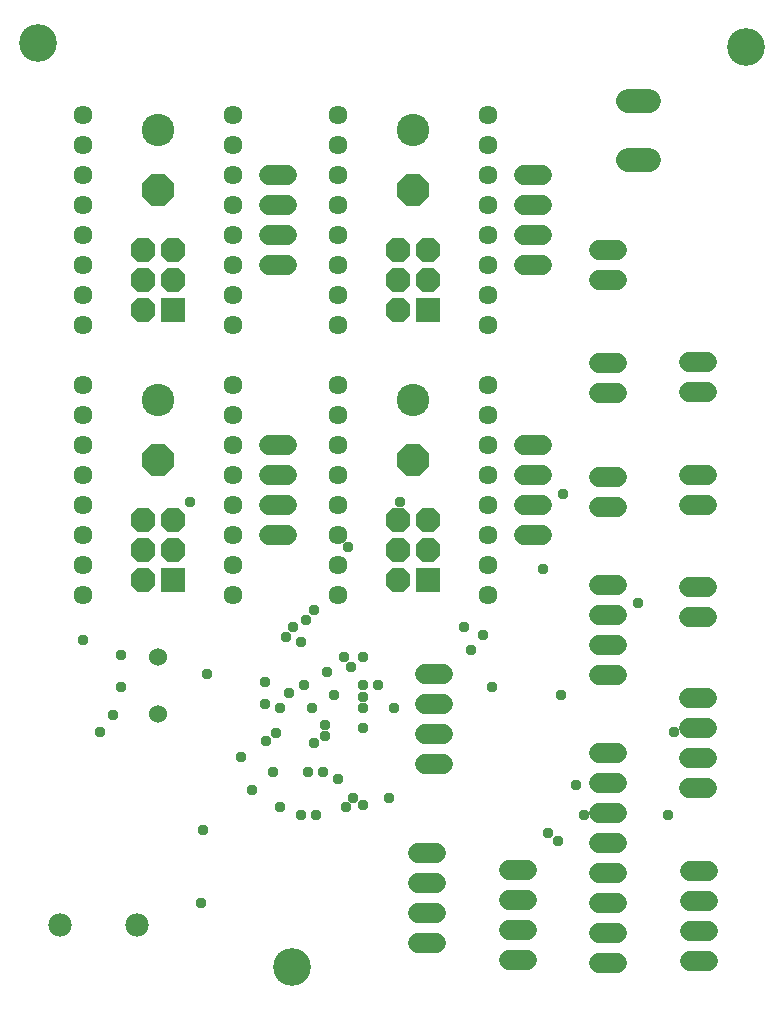
<source format=gbr>
G04 EAGLE Gerber X2 export*
%TF.Part,Single*%
%TF.FileFunction,Soldermask,Bot,1*%
%TF.FilePolarity,Negative*%
%TF.GenerationSoftware,Autodesk,EAGLE,9.1.0*%
%TF.CreationDate,2018-10-25T18:21:55Z*%
G75*
%MOMM*%
%FSLAX34Y34*%
%LPD*%
%AMOC8*
5,1,8,0,0,1.08239X$1,22.5*%
G01*
%ADD10C,3.203200*%
%ADD11R,2.082800X2.082800*%
%ADD12P,2.254402X8X112.500000*%
%ADD13C,1.611200*%
%ADD14C,1.993900*%
%ADD15C,1.524000*%
%ADD16C,1.727200*%
%ADD17C,1.981200*%
%ADD18C,2.743200*%
%ADD19P,2.969212X8X292.500000*%
%ADD20C,0.959600*%


D10*
X624840Y806958D03*
X24892Y810768D03*
X240030Y28194D03*
D11*
X355600Y584200D03*
D12*
X330200Y584200D03*
X355600Y609600D03*
X330200Y609600D03*
X355600Y635000D03*
X330200Y635000D03*
D11*
X139700Y355600D03*
D12*
X114300Y355600D03*
X139700Y381000D03*
X114300Y381000D03*
X139700Y406400D03*
X114300Y406400D03*
D11*
X355600Y355600D03*
D12*
X330200Y355600D03*
X355600Y381000D03*
X330200Y381000D03*
X355600Y406400D03*
X330200Y406400D03*
D11*
X139700Y584200D03*
D12*
X114300Y584200D03*
X139700Y609600D03*
X114300Y609600D03*
X139700Y635000D03*
X114300Y635000D03*
D13*
X279400Y520700D03*
X279400Y495300D03*
X279400Y469900D03*
X279400Y444500D03*
X279400Y419100D03*
X279400Y393700D03*
X279400Y368300D03*
X279400Y342900D03*
X406400Y342900D03*
X406400Y368300D03*
X406400Y393700D03*
X406400Y419100D03*
X406400Y444500D03*
X406400Y469900D03*
X406400Y495300D03*
X406400Y520700D03*
X63500Y749300D03*
X63500Y723900D03*
X63500Y698500D03*
X63500Y673100D03*
X63500Y647700D03*
X63500Y622300D03*
X63500Y596900D03*
X63500Y571500D03*
X190500Y571500D03*
X190500Y596900D03*
X190500Y622300D03*
X190500Y647700D03*
X190500Y673100D03*
X190500Y698500D03*
X190500Y723900D03*
X190500Y749300D03*
X63500Y520700D03*
X63500Y495300D03*
X63500Y469900D03*
X63500Y444500D03*
X63500Y419100D03*
X63500Y393700D03*
X63500Y368300D03*
X63500Y342900D03*
X190500Y342900D03*
X190500Y368300D03*
X190500Y393700D03*
X190500Y419100D03*
X190500Y444500D03*
X190500Y469900D03*
X190500Y495300D03*
X190500Y520700D03*
X279400Y749300D03*
X279400Y723900D03*
X279400Y698500D03*
X279400Y673100D03*
X279400Y647700D03*
X279400Y622300D03*
X279400Y596900D03*
X279400Y571500D03*
X406400Y571500D03*
X406400Y596900D03*
X406400Y622300D03*
X406400Y647700D03*
X406400Y673100D03*
X406400Y698500D03*
X406400Y723900D03*
X406400Y749300D03*
D14*
X524447Y711600D02*
X542354Y711600D01*
X542354Y761600D02*
X524447Y761600D01*
D15*
X127000Y242570D03*
X127000Y290830D03*
D16*
X436880Y698500D02*
X452120Y698500D01*
X452120Y673100D02*
X436880Y673100D01*
X436880Y647700D02*
X452120Y647700D01*
X452120Y622300D02*
X436880Y622300D01*
X236220Y469900D02*
X220980Y469900D01*
X220980Y444500D02*
X236220Y444500D01*
X236220Y419100D02*
X220980Y419100D01*
X220980Y393700D02*
X236220Y393700D01*
X436880Y469900D02*
X452120Y469900D01*
X452120Y444500D02*
X436880Y444500D01*
X436880Y419100D02*
X452120Y419100D01*
X452120Y393700D02*
X436880Y393700D01*
X236220Y698500D02*
X220980Y698500D01*
X220980Y673100D02*
X236220Y673100D01*
X236220Y647700D02*
X220980Y647700D01*
X220980Y622300D02*
X236220Y622300D01*
X346964Y48768D02*
X362204Y48768D01*
X362204Y74168D02*
X346964Y74168D01*
X346964Y99568D02*
X362204Y99568D01*
X362204Y124968D02*
X346964Y124968D01*
X500380Y609600D02*
X515620Y609600D01*
X515620Y635000D02*
X500380Y635000D01*
X500380Y514096D02*
X515620Y514096D01*
X515620Y539496D02*
X500380Y539496D01*
X500380Y417830D02*
X515620Y417830D01*
X515620Y443230D02*
X500380Y443230D01*
X500380Y300990D02*
X515620Y300990D01*
X515620Y326390D02*
X500380Y326390D01*
X500380Y351790D02*
X515620Y351790D01*
X515620Y275590D02*
X500380Y275590D01*
X439420Y59182D02*
X424180Y59182D01*
X424180Y84582D02*
X439420Y84582D01*
X439420Y109982D02*
X424180Y109982D01*
X424180Y33782D02*
X439420Y33782D01*
X500380Y159004D02*
X515620Y159004D01*
X515620Y184404D02*
X500380Y184404D01*
X500380Y209804D02*
X515620Y209804D01*
X515620Y133604D02*
X500380Y133604D01*
X500380Y108204D02*
X515620Y108204D01*
X515620Y82804D02*
X500380Y82804D01*
X500380Y57404D02*
X515620Y57404D01*
X515620Y32004D02*
X500380Y32004D01*
X368046Y225552D02*
X352806Y225552D01*
X352806Y250952D02*
X368046Y250952D01*
X368046Y276352D02*
X352806Y276352D01*
X352806Y200152D02*
X368046Y200152D01*
D17*
X43700Y63500D03*
X108700Y63500D03*
D16*
X577342Y58674D02*
X592582Y58674D01*
X592582Y84074D02*
X577342Y84074D01*
X577342Y109474D02*
X592582Y109474D01*
X592582Y33274D02*
X577342Y33274D01*
X576580Y204978D02*
X591820Y204978D01*
X591820Y230378D02*
X576580Y230378D01*
X576580Y255778D02*
X591820Y255778D01*
X591820Y179578D02*
X576580Y179578D01*
X576580Y324866D02*
X591820Y324866D01*
X591820Y350266D02*
X576580Y350266D01*
X576580Y419100D02*
X591820Y419100D01*
X591820Y444500D02*
X576580Y444500D01*
X576580Y515112D02*
X591820Y515112D01*
X591820Y540512D02*
X576580Y540512D01*
D18*
X127000Y736600D03*
D19*
X127000Y685800D03*
D18*
X342900Y736600D03*
D19*
X342900Y685800D03*
D18*
X127000Y508000D03*
D19*
X127000Y457200D03*
D18*
X342900Y508000D03*
D19*
X342900Y457200D03*
D20*
X153988Y422275D03*
X331788Y422275D03*
X165100Y144463D03*
X292100Y171450D03*
X322263Y171450D03*
X254000Y193675D03*
X266700Y193675D03*
X218567Y219266D03*
X269875Y277813D03*
X63500Y304800D03*
X196850Y206375D03*
X223838Y193675D03*
X226759Y226378D03*
X230188Y247650D03*
X238125Y260350D03*
X290513Y282575D03*
X250825Y266700D03*
X95250Y292100D03*
X88900Y241300D03*
X268288Y233363D03*
X300038Y247650D03*
X327025Y247650D03*
X287338Y384175D03*
X300038Y266700D03*
X312738Y266700D03*
X284163Y290513D03*
X300038Y290513D03*
X247650Y157163D03*
X465138Y134938D03*
X260350Y157163D03*
X457200Y141288D03*
X279400Y187325D03*
X481013Y182563D03*
X258763Y217488D03*
X558800Y157163D03*
X247650Y303213D03*
X392113Y296863D03*
X257175Y247650D03*
X300038Y165100D03*
X487363Y157163D03*
X285750Y163513D03*
X300038Y230188D03*
X163513Y82550D03*
X268288Y223838D03*
X258763Y330200D03*
X533400Y336550D03*
X563563Y227013D03*
X252413Y322263D03*
X300038Y257175D03*
X409575Y265113D03*
X206375Y177800D03*
X230188Y163513D03*
X241300Y315913D03*
X385763Y315913D03*
X234950Y307975D03*
X401638Y309563D03*
X95250Y265113D03*
X217170Y269875D03*
X77788Y227013D03*
X217170Y251143D03*
X276225Y258763D03*
X168275Y276225D03*
X468313Y258763D03*
X452438Y365125D03*
X469900Y428625D03*
M02*

</source>
